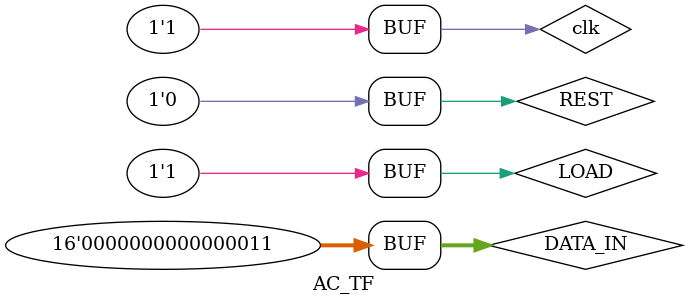
<source format=v>
`timescale 1ns / 1ps


module AC_TF;

	// Inputs
	reg [15:0] DATA_IN;
	reg REST;
	reg clk;
	reg LOAD;

	// Outputs
	wire [15:0] DATA_OUT;

	// Instantiate the Unit Under Test (UUT)
	AC uut (
		.DATA_IN(DATA_IN), 
		.REST(REST), 
		.clk(clk), 
		.DATA_OUT(DATA_OUT), 
		.LOAD(LOAD)
	);
	always 
	begin
	clk = 0;
	#10;
	clk = 1;
	#10;
	end
	initial begin
		// Initialize Inputs
		DATA_IN = 0;
		REST = 1'b1;
		LOAD = 0;

		// Wait 100 ns for global reset to finish
		#20;
       
		DATA_IN = 16'h0001;
		REST = 1'b0;
		LOAD = 1;
		// Add stimulus here
		#20;
		
		DATA_IN = 16'h0003;
		REST = 1'b0;
		LOAD = 1;
		// Add stimulus here
		
	end
      
endmodule


</source>
